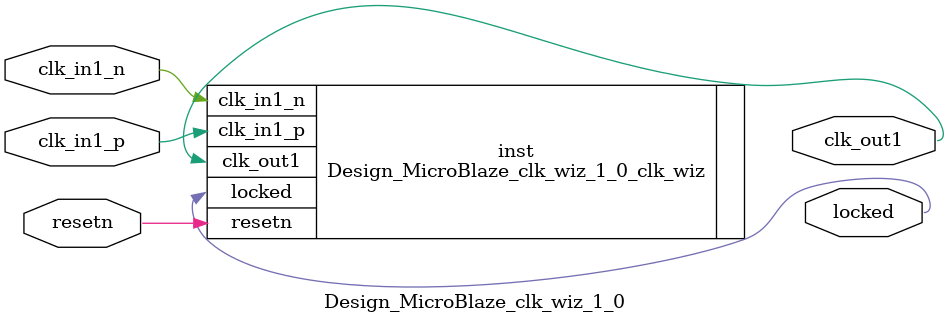
<source format=v>


`timescale 1ps/1ps

(* CORE_GENERATION_INFO = "Design_MicroBlaze_clk_wiz_1_0,clk_wiz_v6_0_16_0_0,{component_name=Design_MicroBlaze_clk_wiz_1_0,use_phase_alignment=true,use_min_o_jitter=false,use_max_i_jitter=false,use_dyn_phase_shift=false,use_inclk_switchover=false,use_dyn_reconfig=false,enable_axi=0,feedback_source=FDBK_AUTO,PRIMITIVE=MMCM,num_out_clk=1,clkin1_period=10.000,clkin2_period=10.000,use_power_down=false,use_reset=true,use_locked=true,use_inclk_stopped=false,feedback_type=SINGLE,CLOCK_MGR_TYPE=NA,manual_override=false}" *)

module Design_MicroBlaze_clk_wiz_1_0 
 (
  // Clock out ports
  output        clk_out1,
  // Status and control signals
  input         resetn,
  output        locked,
 // Clock in ports
  input         clk_in1_p,
  input         clk_in1_n
 );

  Design_MicroBlaze_clk_wiz_1_0_clk_wiz inst
  (
  // Clock out ports  
  .clk_out1(clk_out1),
  // Status and control signals               
  .resetn(resetn), 
  .locked(locked),
 // Clock in ports
  .clk_in1_p(clk_in1_p),
  .clk_in1_n(clk_in1_n)
  );

endmodule

</source>
